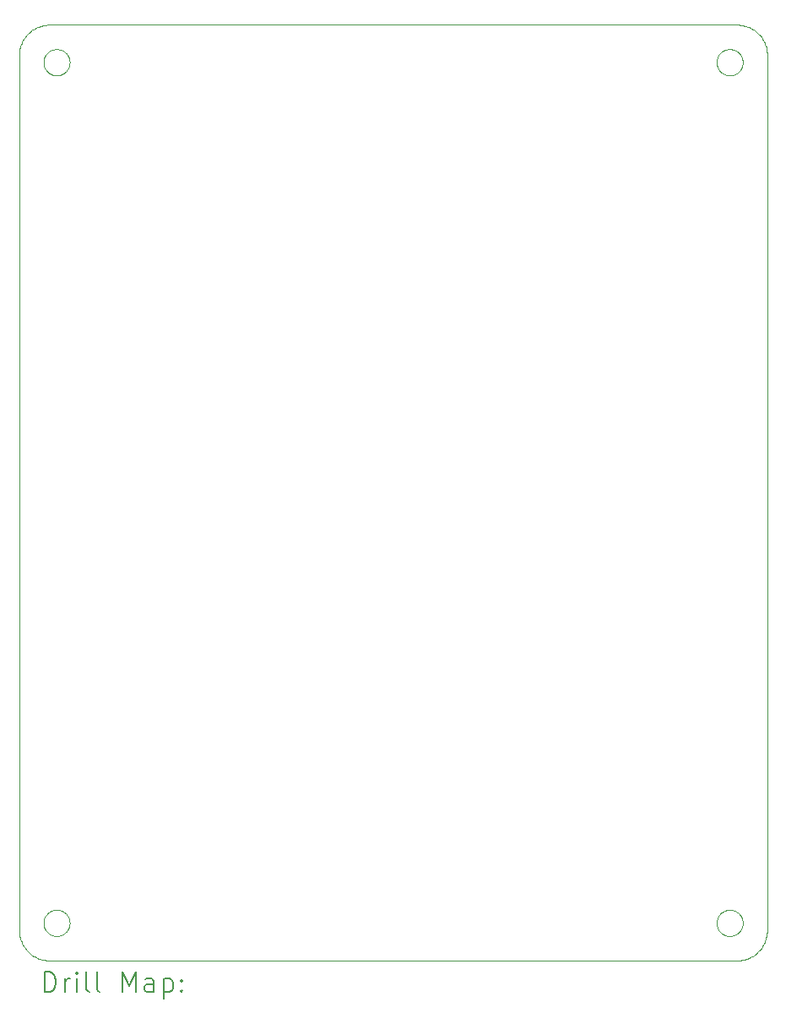
<source format=gbr>
%TF.GenerationSoftware,KiCad,Pcbnew,7.0.5-0*%
%TF.CreationDate,2023-07-22T21:58:12-05:00*%
%TF.ProjectId,biometrics,62696f6d-6574-4726-9963-732e6b696361,rev?*%
%TF.SameCoordinates,Original*%
%TF.FileFunction,Drillmap*%
%TF.FilePolarity,Positive*%
%FSLAX45Y45*%
G04 Gerber Fmt 4.5, Leading zero omitted, Abs format (unit mm)*
G04 Created by KiCad (PCBNEW 7.0.5-0) date 2023-07-22 21:58:12*
%MOMM*%
%LPD*%
G01*
G04 APERTURE LIST*
%ADD10C,0.100000*%
%ADD11C,0.200000*%
G04 APERTURE END LIST*
D10*
X15930646Y-2845965D02*
X15937310Y-2846471D01*
X15943878Y-2847306D01*
X15950341Y-2848460D01*
X15956690Y-2849925D01*
X15962917Y-2851694D01*
X15969015Y-2853757D01*
X15974974Y-2856107D01*
X15980787Y-2858735D01*
X15986446Y-2861633D01*
X15991942Y-2864793D01*
X15997266Y-2868206D01*
X16002411Y-2871865D01*
X16007369Y-2875761D01*
X16012131Y-2879886D01*
X16016688Y-2884231D01*
X16021034Y-2888789D01*
X16025158Y-2893551D01*
X16029054Y-2898508D01*
X16032713Y-2903653D01*
X16036127Y-2908978D01*
X16039287Y-2914474D01*
X16042185Y-2920132D01*
X16044813Y-2925945D01*
X16047163Y-2931905D01*
X16049226Y-2938002D01*
X16050994Y-2944230D01*
X16052460Y-2950579D01*
X16053614Y-2957042D01*
X16054448Y-2963609D01*
X16054955Y-2970274D01*
X16055126Y-2977027D01*
X16054955Y-2983780D01*
X16054448Y-2990445D01*
X16053614Y-2997012D01*
X16052460Y-3003475D01*
X16050994Y-3009824D01*
X16049226Y-3016052D01*
X16047163Y-3022149D01*
X16044813Y-3028109D01*
X16042185Y-3033922D01*
X16039287Y-3039580D01*
X16036127Y-3045076D01*
X16032713Y-3050401D01*
X16029054Y-3055546D01*
X16025158Y-3060503D01*
X16021034Y-3065265D01*
X16016688Y-3069823D01*
X16012131Y-3074168D01*
X16007369Y-3078293D01*
X16002411Y-3082189D01*
X15997266Y-3085848D01*
X15991942Y-3089261D01*
X15986446Y-3092421D01*
X15980787Y-3095319D01*
X15974974Y-3097947D01*
X15969015Y-3100297D01*
X15962917Y-3102360D01*
X15956690Y-3104129D01*
X15950341Y-3105594D01*
X15943878Y-3106748D01*
X15937310Y-3107583D01*
X15930646Y-3108089D01*
X15923893Y-3108260D01*
X15917139Y-3108089D01*
X15910475Y-3107583D01*
X15903907Y-3106748D01*
X15897445Y-3105594D01*
X15891096Y-3104129D01*
X15884868Y-3102360D01*
X15878771Y-3100297D01*
X15872811Y-3097947D01*
X15866998Y-3095319D01*
X15861340Y-3092421D01*
X15855844Y-3089261D01*
X15850520Y-3085848D01*
X15845374Y-3082189D01*
X15840417Y-3078293D01*
X15835655Y-3074168D01*
X15831098Y-3069823D01*
X15826752Y-3065265D01*
X15822628Y-3060503D01*
X15818732Y-3055546D01*
X15815073Y-3050401D01*
X15811659Y-3045076D01*
X15808499Y-3039580D01*
X15805601Y-3033922D01*
X15802973Y-3028109D01*
X15800623Y-3022149D01*
X15798560Y-3016052D01*
X15796792Y-3009824D01*
X15795326Y-3003475D01*
X15794172Y-2997012D01*
X15793338Y-2990445D01*
X15792831Y-2983780D01*
X15792660Y-2977027D01*
X15792831Y-2970274D01*
X15793338Y-2963609D01*
X15794172Y-2957042D01*
X15795326Y-2950579D01*
X15796792Y-2944230D01*
X15798560Y-2938002D01*
X15800623Y-2931905D01*
X15802973Y-2925945D01*
X15805601Y-2920132D01*
X15808499Y-2914474D01*
X15811659Y-2908978D01*
X15815073Y-2903653D01*
X15818732Y-2898508D01*
X15822628Y-2893551D01*
X15826752Y-2888789D01*
X15831098Y-2884231D01*
X15835655Y-2879886D01*
X15840417Y-2875761D01*
X15845374Y-2871865D01*
X15850520Y-2868206D01*
X15855844Y-2864793D01*
X15861340Y-2861633D01*
X15866998Y-2858735D01*
X15872811Y-2856107D01*
X15878771Y-2853757D01*
X15884868Y-2851694D01*
X15891096Y-2849925D01*
X15897445Y-2848460D01*
X15903907Y-2847306D01*
X15910475Y-2846471D01*
X15917139Y-2845965D01*
X15923893Y-2845794D01*
X15930646Y-2845965D01*
X15930646Y-11471116D02*
X15937310Y-11471623D01*
X15943878Y-11472458D01*
X15950341Y-11473612D01*
X15956690Y-11475077D01*
X15962917Y-11476846D01*
X15969015Y-11478909D01*
X15974974Y-11481259D01*
X15980787Y-11483887D01*
X15986446Y-11486785D01*
X15991942Y-11489945D01*
X15997266Y-11493358D01*
X16002411Y-11497017D01*
X16007369Y-11500913D01*
X16012131Y-11505038D01*
X16016688Y-11509383D01*
X16021034Y-11513941D01*
X16025158Y-11518702D01*
X16029054Y-11523660D01*
X16032713Y-11528805D01*
X16036127Y-11534130D01*
X16039287Y-11539625D01*
X16042185Y-11545284D01*
X16044813Y-11551097D01*
X16047163Y-11557057D01*
X16049226Y-11563154D01*
X16050994Y-11569382D01*
X16052460Y-11575731D01*
X16053614Y-11582193D01*
X16054448Y-11588761D01*
X16054955Y-11595426D01*
X16055126Y-11602179D01*
X16054955Y-11608932D01*
X16054448Y-11615597D01*
X16053614Y-11622164D01*
X16052460Y-11628627D01*
X16050994Y-11634976D01*
X16049226Y-11641204D01*
X16047163Y-11647301D01*
X16044813Y-11653261D01*
X16042185Y-11659074D01*
X16039287Y-11664733D01*
X16036127Y-11670228D01*
X16032713Y-11675553D01*
X16029054Y-11680698D01*
X16025158Y-11685656D01*
X16021034Y-11690418D01*
X16016688Y-11694975D01*
X16012131Y-11699321D01*
X16007369Y-11703446D01*
X16002411Y-11707342D01*
X15997266Y-11711000D01*
X15991942Y-11714414D01*
X15986446Y-11717574D01*
X15980787Y-11720472D01*
X15974974Y-11723100D01*
X15969015Y-11725450D01*
X15962917Y-11727513D01*
X15956690Y-11729282D01*
X15950341Y-11730747D01*
X15943878Y-11731901D01*
X15937310Y-11732736D01*
X15930646Y-11733243D01*
X15923893Y-11733414D01*
X15917139Y-11733243D01*
X15910475Y-11732736D01*
X15903907Y-11731901D01*
X15897445Y-11730747D01*
X15891096Y-11729282D01*
X15884868Y-11727513D01*
X15878771Y-11725450D01*
X15872811Y-11723100D01*
X15866998Y-11720472D01*
X15861340Y-11717574D01*
X15855844Y-11714414D01*
X15850520Y-11711000D01*
X15845374Y-11707342D01*
X15840417Y-11703446D01*
X15835655Y-11699321D01*
X15831098Y-11694975D01*
X15826752Y-11690418D01*
X15822628Y-11685656D01*
X15818732Y-11680698D01*
X15815073Y-11675553D01*
X15811659Y-11670228D01*
X15808499Y-11664733D01*
X15805601Y-11659074D01*
X15802973Y-11653261D01*
X15800623Y-11647301D01*
X15798560Y-11641204D01*
X15796792Y-11634976D01*
X15795326Y-11628627D01*
X15794172Y-11622164D01*
X15793338Y-11615597D01*
X15792831Y-11608932D01*
X15792660Y-11602179D01*
X15792831Y-11595426D01*
X15793338Y-11588761D01*
X15794172Y-11582193D01*
X15795326Y-11575731D01*
X15796792Y-11569382D01*
X15798560Y-11563154D01*
X15800623Y-11557057D01*
X15802973Y-11551097D01*
X15805601Y-11545284D01*
X15808499Y-11539625D01*
X15811659Y-11534130D01*
X15815073Y-11528805D01*
X15818732Y-11523660D01*
X15822628Y-11518702D01*
X15826752Y-11513941D01*
X15831098Y-11509383D01*
X15835655Y-11505038D01*
X15840417Y-11500913D01*
X15845374Y-11497017D01*
X15850520Y-11493358D01*
X15855844Y-11489945D01*
X15861340Y-11486785D01*
X15866998Y-11483887D01*
X15872811Y-11481259D01*
X15878771Y-11478909D01*
X15884868Y-11476846D01*
X15891096Y-11475077D01*
X15897445Y-11473612D01*
X15903907Y-11472458D01*
X15910475Y-11471623D01*
X15917139Y-11471116D01*
X15923893Y-11470946D01*
X15930646Y-11471116D01*
X9180597Y-2845965D02*
X9187261Y-2846471D01*
X9193829Y-2847306D01*
X9200292Y-2848460D01*
X9206641Y-2849925D01*
X9212868Y-2851694D01*
X9218966Y-2853757D01*
X9224926Y-2856107D01*
X9230739Y-2858735D01*
X9236397Y-2861633D01*
X9241893Y-2864793D01*
X9247218Y-2868206D01*
X9252363Y-2871865D01*
X9257320Y-2875761D01*
X9262082Y-2879886D01*
X9266640Y-2884231D01*
X9270985Y-2888789D01*
X9275110Y-2893551D01*
X9279006Y-2898508D01*
X9282665Y-2903653D01*
X9286078Y-2908978D01*
X9289238Y-2914474D01*
X9292136Y-2920132D01*
X9294764Y-2925945D01*
X9297114Y-2931905D01*
X9299177Y-2938002D01*
X9300946Y-2944230D01*
X9302411Y-2950579D01*
X9303565Y-2957042D01*
X9304400Y-2963609D01*
X9304906Y-2970274D01*
X9305077Y-2977027D01*
X9304906Y-2983780D01*
X9304400Y-2990445D01*
X9303565Y-2997012D01*
X9302411Y-3003475D01*
X9300946Y-3009824D01*
X9299177Y-3016052D01*
X9297114Y-3022149D01*
X9294764Y-3028109D01*
X9292136Y-3033922D01*
X9289238Y-3039580D01*
X9286078Y-3045076D01*
X9282665Y-3050401D01*
X9279006Y-3055546D01*
X9275110Y-3060503D01*
X9270985Y-3065265D01*
X9266640Y-3069823D01*
X9262082Y-3074168D01*
X9257320Y-3078293D01*
X9252363Y-3082189D01*
X9247218Y-3085848D01*
X9241893Y-3089261D01*
X9236397Y-3092421D01*
X9230739Y-3095319D01*
X9224926Y-3097947D01*
X9218966Y-3100297D01*
X9212868Y-3102360D01*
X9206641Y-3104129D01*
X9200292Y-3105594D01*
X9193829Y-3106748D01*
X9187261Y-3107583D01*
X9180597Y-3108089D01*
X9173844Y-3108260D01*
X9167090Y-3108089D01*
X9160426Y-3107583D01*
X9153858Y-3106748D01*
X9147395Y-3105594D01*
X9141046Y-3104129D01*
X9134819Y-3102360D01*
X9128721Y-3100297D01*
X9122762Y-3097947D01*
X9116948Y-3095319D01*
X9111290Y-3092421D01*
X9105794Y-3089261D01*
X9100470Y-3085848D01*
X9095325Y-3082189D01*
X9090367Y-3078293D01*
X9085605Y-3074168D01*
X9081048Y-3069823D01*
X9076702Y-3065265D01*
X9072578Y-3060503D01*
X9068682Y-3055546D01*
X9065023Y-3050401D01*
X9061609Y-3045076D01*
X9058449Y-3039580D01*
X9055551Y-3033922D01*
X9052923Y-3028109D01*
X9050573Y-3022149D01*
X9048510Y-3016052D01*
X9046742Y-3009824D01*
X9045276Y-3003475D01*
X9044122Y-2997012D01*
X9043288Y-2990445D01*
X9042781Y-2983780D01*
X9042610Y-2977027D01*
X9042781Y-2970274D01*
X9043288Y-2963609D01*
X9044122Y-2957042D01*
X9045276Y-2950579D01*
X9046742Y-2944230D01*
X9048510Y-2938002D01*
X9050573Y-2931905D01*
X9052923Y-2925945D01*
X9055551Y-2920132D01*
X9058449Y-2914474D01*
X9061609Y-2908978D01*
X9065023Y-2903653D01*
X9068682Y-2898508D01*
X9072578Y-2893551D01*
X9076702Y-2888789D01*
X9081048Y-2884231D01*
X9085605Y-2879886D01*
X9090367Y-2875761D01*
X9095325Y-2871865D01*
X9100470Y-2868206D01*
X9105794Y-2864793D01*
X9111290Y-2861633D01*
X9116948Y-2858735D01*
X9122762Y-2856107D01*
X9128721Y-2853757D01*
X9134819Y-2851694D01*
X9141046Y-2849925D01*
X9147395Y-2848460D01*
X9153858Y-2847306D01*
X9160426Y-2846471D01*
X9167090Y-2845965D01*
X9173844Y-2845794D01*
X9180597Y-2845965D01*
X16014469Y-2602503D02*
X16029701Y-2603662D01*
X16044711Y-2605572D01*
X16059482Y-2608211D01*
X16073994Y-2611563D01*
X16088230Y-2615608D01*
X16102168Y-2620327D01*
X16115792Y-2625702D01*
X16129081Y-2631713D01*
X16142018Y-2638341D01*
X16154582Y-2645568D01*
X16166756Y-2653375D01*
X16178520Y-2661742D01*
X16189856Y-2670651D01*
X16200744Y-2680084D01*
X16211165Y-2690020D01*
X16221102Y-2700442D01*
X16230534Y-2711330D01*
X16239444Y-2722666D01*
X16247811Y-2734430D01*
X16255618Y-2746604D01*
X16262845Y-2759169D01*
X16269473Y-2772105D01*
X16275484Y-2785394D01*
X16280858Y-2799018D01*
X16285577Y-2812957D01*
X16289622Y-2827192D01*
X16292974Y-2841704D01*
X16295614Y-2856475D01*
X16297523Y-2871485D01*
X16298682Y-2886717D01*
X16299073Y-2902150D01*
X16299073Y-11677055D01*
X16298659Y-11692488D01*
X16297479Y-11707720D01*
X16295553Y-11722730D01*
X16292898Y-11737501D01*
X16289533Y-11752014D01*
X16285477Y-11766249D01*
X16280749Y-11780188D01*
X16275368Y-11793811D01*
X16269352Y-11807101D01*
X16262719Y-11820037D01*
X16255489Y-11832602D01*
X16247681Y-11844776D01*
X16239312Y-11856540D01*
X16230402Y-11867875D01*
X16220969Y-11878764D01*
X16211033Y-11889185D01*
X16200611Y-11899122D01*
X16189722Y-11908554D01*
X16178386Y-11917464D01*
X16166621Y-11925831D01*
X16154445Y-11933638D01*
X16141877Y-11940865D01*
X16128937Y-11947493D01*
X16115642Y-11953504D01*
X16102011Y-11958879D01*
X16088064Y-11963598D01*
X16073818Y-11967643D01*
X16059293Y-11970995D01*
X16044507Y-11973634D01*
X16029479Y-11975543D01*
X16014227Y-11976703D01*
X15998771Y-11977093D01*
X9098967Y-11977093D01*
X9083534Y-11976703D01*
X9068302Y-11975543D01*
X9053292Y-11973634D01*
X9038521Y-11970995D01*
X9024008Y-11967643D01*
X9009773Y-11963598D01*
X8995835Y-11958879D01*
X8982211Y-11953504D01*
X8968922Y-11947493D01*
X8955985Y-11940865D01*
X8943421Y-11933638D01*
X8931247Y-11925831D01*
X8919483Y-11917464D01*
X8908147Y-11908554D01*
X8897259Y-11899122D01*
X8886837Y-11889185D01*
X8876901Y-11878764D01*
X8867468Y-11867875D01*
X8858559Y-11856540D01*
X8850191Y-11844776D01*
X8842385Y-11832602D01*
X8835158Y-11820037D01*
X8828529Y-11807101D01*
X8822519Y-11793811D01*
X8817144Y-11780188D01*
X8812425Y-11766249D01*
X8808380Y-11752014D01*
X8805028Y-11737501D01*
X8802388Y-11722730D01*
X8800479Y-11707720D01*
X8799320Y-11692488D01*
X8798929Y-11677055D01*
X8798929Y-2902150D01*
X8799320Y-2886717D01*
X8800479Y-2871485D01*
X8802388Y-2856475D01*
X8805028Y-2841704D01*
X8808380Y-2827192D01*
X8812425Y-2812957D01*
X8817144Y-2799018D01*
X8822519Y-2785394D01*
X8828529Y-2772105D01*
X8835158Y-2759169D01*
X8842385Y-2746604D01*
X8850191Y-2734430D01*
X8858559Y-2722666D01*
X8867468Y-2711330D01*
X8876901Y-2700442D01*
X8886837Y-2690020D01*
X8897259Y-2680084D01*
X8908147Y-2670651D01*
X8919483Y-2661742D01*
X8931247Y-2653375D01*
X8943421Y-2645568D01*
X8955985Y-2638341D01*
X8968922Y-2631713D01*
X8982211Y-2625702D01*
X8995835Y-2620327D01*
X9009773Y-2615608D01*
X9024008Y-2611563D01*
X9038521Y-2608211D01*
X9053292Y-2605572D01*
X9068302Y-2603662D01*
X9083534Y-2602503D01*
X9098967Y-2602113D01*
X15999036Y-2602113D01*
X16014469Y-2602503D01*
X9180597Y-11471116D02*
X9187261Y-11471623D01*
X9193829Y-11472458D01*
X9200292Y-11473612D01*
X9206641Y-11475077D01*
X9212868Y-11476846D01*
X9218966Y-11478909D01*
X9224926Y-11481259D01*
X9230739Y-11483887D01*
X9236397Y-11486785D01*
X9241893Y-11489945D01*
X9247218Y-11493358D01*
X9252363Y-11497017D01*
X9257320Y-11500913D01*
X9262082Y-11505038D01*
X9266640Y-11509383D01*
X9270985Y-11513941D01*
X9275110Y-11518702D01*
X9279006Y-11523660D01*
X9282665Y-11528805D01*
X9286078Y-11534130D01*
X9289238Y-11539625D01*
X9292136Y-11545284D01*
X9294764Y-11551097D01*
X9297114Y-11557057D01*
X9299177Y-11563154D01*
X9300946Y-11569382D01*
X9302411Y-11575731D01*
X9303565Y-11582193D01*
X9304400Y-11588761D01*
X9304906Y-11595426D01*
X9305077Y-11602179D01*
X9304906Y-11608932D01*
X9304400Y-11615597D01*
X9303565Y-11622164D01*
X9302411Y-11628627D01*
X9300946Y-11634976D01*
X9299177Y-11641204D01*
X9297114Y-11647301D01*
X9294764Y-11653261D01*
X9292136Y-11659074D01*
X9289238Y-11664733D01*
X9286078Y-11670228D01*
X9282665Y-11675553D01*
X9279006Y-11680698D01*
X9275110Y-11685656D01*
X9270985Y-11690418D01*
X9266640Y-11694975D01*
X9262082Y-11699321D01*
X9257320Y-11703446D01*
X9252363Y-11707342D01*
X9247218Y-11711000D01*
X9241893Y-11714414D01*
X9236397Y-11717574D01*
X9230739Y-11720472D01*
X9224926Y-11723100D01*
X9218966Y-11725450D01*
X9212868Y-11727513D01*
X9206641Y-11729282D01*
X9200292Y-11730747D01*
X9193829Y-11731901D01*
X9187261Y-11732736D01*
X9180597Y-11733243D01*
X9173844Y-11733414D01*
X9167090Y-11733243D01*
X9160426Y-11732736D01*
X9153858Y-11731901D01*
X9147395Y-11730747D01*
X9141046Y-11729282D01*
X9134819Y-11727513D01*
X9128721Y-11725450D01*
X9122762Y-11723100D01*
X9116948Y-11720472D01*
X9111290Y-11717574D01*
X9105794Y-11714414D01*
X9100470Y-11711000D01*
X9095325Y-11707342D01*
X9090367Y-11703446D01*
X9085605Y-11699321D01*
X9081048Y-11694975D01*
X9076702Y-11690418D01*
X9072578Y-11685656D01*
X9068682Y-11680698D01*
X9065023Y-11675553D01*
X9061609Y-11670228D01*
X9058449Y-11664733D01*
X9055551Y-11659074D01*
X9052923Y-11653261D01*
X9050573Y-11647301D01*
X9048510Y-11641204D01*
X9046742Y-11634976D01*
X9045276Y-11628627D01*
X9044122Y-11622164D01*
X9043288Y-11615597D01*
X9042781Y-11608932D01*
X9042610Y-11602179D01*
X9042781Y-11595426D01*
X9043288Y-11588761D01*
X9044122Y-11582193D01*
X9045276Y-11575731D01*
X9046742Y-11569382D01*
X9048510Y-11563154D01*
X9050573Y-11557057D01*
X9052923Y-11551097D01*
X9055551Y-11545284D01*
X9058449Y-11539625D01*
X9061609Y-11534130D01*
X9065023Y-11528805D01*
X9068682Y-11523660D01*
X9072578Y-11518702D01*
X9076702Y-11513941D01*
X9081048Y-11509383D01*
X9085605Y-11505038D01*
X9090367Y-11500913D01*
X9095325Y-11497017D01*
X9100470Y-11493358D01*
X9105794Y-11489945D01*
X9111290Y-11486785D01*
X9116948Y-11483887D01*
X9122762Y-11481259D01*
X9128721Y-11478909D01*
X9134819Y-11476846D01*
X9141046Y-11475077D01*
X9147395Y-11473612D01*
X9153858Y-11472458D01*
X9160426Y-11471623D01*
X9167090Y-11471116D01*
X9173844Y-11470946D01*
X9180597Y-11471116D01*
D11*
X9054706Y-12293577D02*
X9054706Y-12093577D01*
X9054706Y-12093577D02*
X9102325Y-12093577D01*
X9102325Y-12093577D02*
X9130897Y-12103101D01*
X9130897Y-12103101D02*
X9149944Y-12122149D01*
X9149944Y-12122149D02*
X9159468Y-12141196D01*
X9159468Y-12141196D02*
X9168992Y-12179291D01*
X9168992Y-12179291D02*
X9168992Y-12207863D01*
X9168992Y-12207863D02*
X9159468Y-12245958D01*
X9159468Y-12245958D02*
X9149944Y-12265006D01*
X9149944Y-12265006D02*
X9130897Y-12284053D01*
X9130897Y-12284053D02*
X9102325Y-12293577D01*
X9102325Y-12293577D02*
X9054706Y-12293577D01*
X9254706Y-12293577D02*
X9254706Y-12160244D01*
X9254706Y-12198339D02*
X9264230Y-12179291D01*
X9264230Y-12179291D02*
X9273754Y-12169768D01*
X9273754Y-12169768D02*
X9292801Y-12160244D01*
X9292801Y-12160244D02*
X9311849Y-12160244D01*
X9378516Y-12293577D02*
X9378516Y-12160244D01*
X9378516Y-12093577D02*
X9368992Y-12103101D01*
X9368992Y-12103101D02*
X9378516Y-12112625D01*
X9378516Y-12112625D02*
X9388039Y-12103101D01*
X9388039Y-12103101D02*
X9378516Y-12093577D01*
X9378516Y-12093577D02*
X9378516Y-12112625D01*
X9502325Y-12293577D02*
X9483278Y-12284053D01*
X9483278Y-12284053D02*
X9473754Y-12265006D01*
X9473754Y-12265006D02*
X9473754Y-12093577D01*
X9607087Y-12293577D02*
X9588039Y-12284053D01*
X9588039Y-12284053D02*
X9578516Y-12265006D01*
X9578516Y-12265006D02*
X9578516Y-12093577D01*
X9835659Y-12293577D02*
X9835659Y-12093577D01*
X9835659Y-12093577D02*
X9902325Y-12236434D01*
X9902325Y-12236434D02*
X9968992Y-12093577D01*
X9968992Y-12093577D02*
X9968992Y-12293577D01*
X10149944Y-12293577D02*
X10149944Y-12188815D01*
X10149944Y-12188815D02*
X10140420Y-12169768D01*
X10140420Y-12169768D02*
X10121373Y-12160244D01*
X10121373Y-12160244D02*
X10083278Y-12160244D01*
X10083278Y-12160244D02*
X10064230Y-12169768D01*
X10149944Y-12284053D02*
X10130897Y-12293577D01*
X10130897Y-12293577D02*
X10083278Y-12293577D01*
X10083278Y-12293577D02*
X10064230Y-12284053D01*
X10064230Y-12284053D02*
X10054706Y-12265006D01*
X10054706Y-12265006D02*
X10054706Y-12245958D01*
X10054706Y-12245958D02*
X10064230Y-12226910D01*
X10064230Y-12226910D02*
X10083278Y-12217387D01*
X10083278Y-12217387D02*
X10130897Y-12217387D01*
X10130897Y-12217387D02*
X10149944Y-12207863D01*
X10245182Y-12160244D02*
X10245182Y-12360244D01*
X10245182Y-12169768D02*
X10264230Y-12160244D01*
X10264230Y-12160244D02*
X10302325Y-12160244D01*
X10302325Y-12160244D02*
X10321373Y-12169768D01*
X10321373Y-12169768D02*
X10330897Y-12179291D01*
X10330897Y-12179291D02*
X10340420Y-12198339D01*
X10340420Y-12198339D02*
X10340420Y-12255482D01*
X10340420Y-12255482D02*
X10330897Y-12274529D01*
X10330897Y-12274529D02*
X10321373Y-12284053D01*
X10321373Y-12284053D02*
X10302325Y-12293577D01*
X10302325Y-12293577D02*
X10264230Y-12293577D01*
X10264230Y-12293577D02*
X10245182Y-12284053D01*
X10426135Y-12274529D02*
X10435659Y-12284053D01*
X10435659Y-12284053D02*
X10426135Y-12293577D01*
X10426135Y-12293577D02*
X10416611Y-12284053D01*
X10416611Y-12284053D02*
X10426135Y-12274529D01*
X10426135Y-12274529D02*
X10426135Y-12293577D01*
X10426135Y-12169768D02*
X10435659Y-12179291D01*
X10435659Y-12179291D02*
X10426135Y-12188815D01*
X10426135Y-12188815D02*
X10416611Y-12179291D01*
X10416611Y-12179291D02*
X10426135Y-12169768D01*
X10426135Y-12169768D02*
X10426135Y-12188815D01*
M02*

</source>
